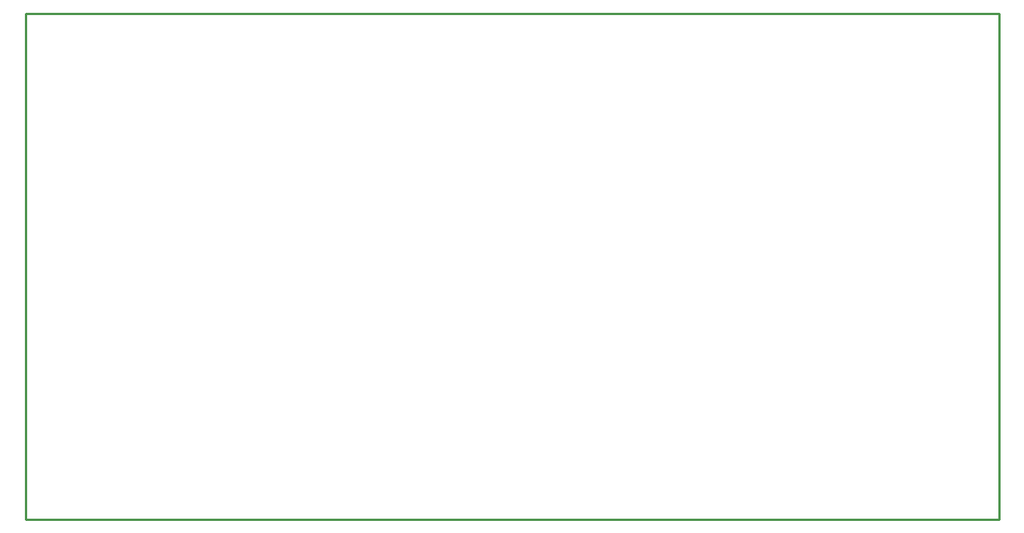
<source format=gbr>
%TF.GenerationSoftware,KiCad,Pcbnew,5.1.10*%
%TF.CreationDate,2021-11-13T19:57:08-07:00*%
%TF.ProjectId,Engine-Controller,456e6769-6e65-42d4-936f-6e74726f6c6c,1.0*%
%TF.SameCoordinates,Original*%
%TF.FileFunction,Profile,NP*%
%FSLAX46Y46*%
G04 Gerber Fmt 4.6, Leading zero omitted, Abs format (unit mm)*
G04 Created by KiCad (PCBNEW 5.1.10) date 2021-11-13 19:57:08*
%MOMM*%
%LPD*%
G01*
G04 APERTURE LIST*
%TA.AperFunction,Profile*%
%ADD10C,0.254000*%
%TD*%
G04 APERTURE END LIST*
D10*
X203200000Y-152400000D02*
X93980000Y-152400000D01*
X203200000Y-152400000D02*
X203200000Y-95656400D01*
X93980000Y-95656400D02*
X203200000Y-95656400D01*
X93980000Y-152400000D02*
X93980000Y-95656400D01*
M02*

</source>
